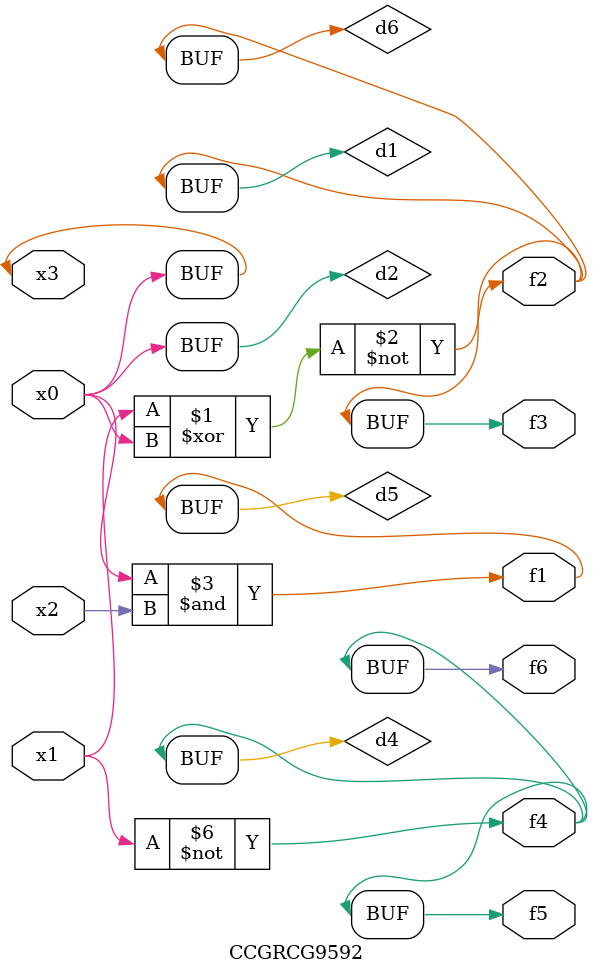
<source format=v>
module CCGRCG9592(
	input x0, x1, x2, x3,
	output f1, f2, f3, f4, f5, f6
);

	wire d1, d2, d3, d4, d5, d6;

	xnor (d1, x1, x3);
	buf (d2, x0, x3);
	nand (d3, x0, x2);
	not (d4, x1);
	nand (d5, d3);
	or (d6, d1);
	assign f1 = d5;
	assign f2 = d6;
	assign f3 = d6;
	assign f4 = d4;
	assign f5 = d4;
	assign f6 = d4;
endmodule

</source>
